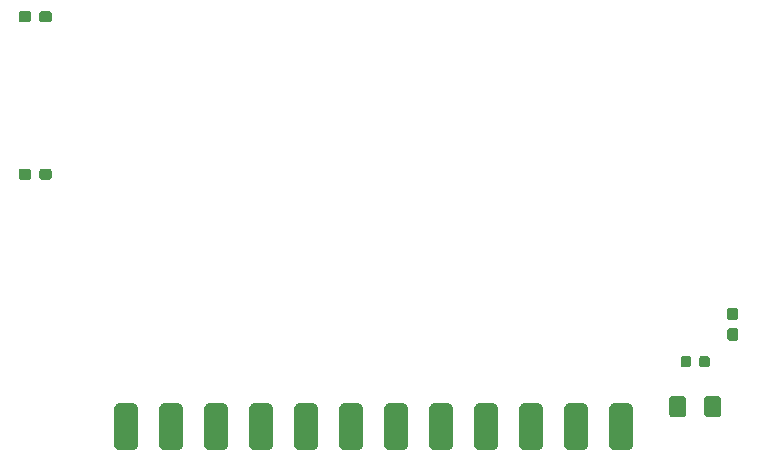
<source format=gbr>
G04 #@! TF.GenerationSoftware,KiCad,Pcbnew,(5.1.0)-1*
G04 #@! TF.CreationDate,2019-03-23T10:05:58-04:00*
G04 #@! TF.ProjectId,doorbot,646f6f72-626f-4742-9e6b-696361645f70,rev?*
G04 #@! TF.SameCoordinates,Original*
G04 #@! TF.FileFunction,Paste,Top*
G04 #@! TF.FilePolarity,Positive*
%FSLAX46Y46*%
G04 Gerber Fmt 4.6, Leading zero omitted, Abs format (unit mm)*
G04 Created by KiCad (PCBNEW (5.1.0)-1) date 2019-03-23 10:05:58*
%MOMM*%
%LPD*%
G04 APERTURE LIST*
%ADD10C,0.100000*%
%ADD11C,0.950000*%
%ADD12C,1.425000*%
%ADD13C,0.875000*%
%ADD14C,2.000000*%
G04 APERTURE END LIST*
D10*
G36*
X169170779Y-99411144D02*
G01*
X169193834Y-99414563D01*
X169216443Y-99420227D01*
X169238387Y-99428079D01*
X169259457Y-99438044D01*
X169279448Y-99450026D01*
X169298168Y-99463910D01*
X169315438Y-99479562D01*
X169331090Y-99496832D01*
X169344974Y-99515552D01*
X169356956Y-99535543D01*
X169366921Y-99556613D01*
X169374773Y-99578557D01*
X169380437Y-99601166D01*
X169383856Y-99624221D01*
X169385000Y-99647500D01*
X169385000Y-100222500D01*
X169383856Y-100245779D01*
X169380437Y-100268834D01*
X169374773Y-100291443D01*
X169366921Y-100313387D01*
X169356956Y-100334457D01*
X169344974Y-100354448D01*
X169331090Y-100373168D01*
X169315438Y-100390438D01*
X169298168Y-100406090D01*
X169279448Y-100419974D01*
X169259457Y-100431956D01*
X169238387Y-100441921D01*
X169216443Y-100449773D01*
X169193834Y-100455437D01*
X169170779Y-100458856D01*
X169147500Y-100460000D01*
X168672500Y-100460000D01*
X168649221Y-100458856D01*
X168626166Y-100455437D01*
X168603557Y-100449773D01*
X168581613Y-100441921D01*
X168560543Y-100431956D01*
X168540552Y-100419974D01*
X168521832Y-100406090D01*
X168504562Y-100390438D01*
X168488910Y-100373168D01*
X168475026Y-100354448D01*
X168463044Y-100334457D01*
X168453079Y-100313387D01*
X168445227Y-100291443D01*
X168439563Y-100268834D01*
X168436144Y-100245779D01*
X168435000Y-100222500D01*
X168435000Y-99647500D01*
X168436144Y-99624221D01*
X168439563Y-99601166D01*
X168445227Y-99578557D01*
X168453079Y-99556613D01*
X168463044Y-99535543D01*
X168475026Y-99515552D01*
X168488910Y-99496832D01*
X168504562Y-99479562D01*
X168521832Y-99463910D01*
X168540552Y-99450026D01*
X168560543Y-99438044D01*
X168581613Y-99428079D01*
X168603557Y-99420227D01*
X168626166Y-99414563D01*
X168649221Y-99411144D01*
X168672500Y-99410000D01*
X169147500Y-99410000D01*
X169170779Y-99411144D01*
X169170779Y-99411144D01*
G37*
D11*
X168910000Y-99935000D03*
D10*
G36*
X169170779Y-97661144D02*
G01*
X169193834Y-97664563D01*
X169216443Y-97670227D01*
X169238387Y-97678079D01*
X169259457Y-97688044D01*
X169279448Y-97700026D01*
X169298168Y-97713910D01*
X169315438Y-97729562D01*
X169331090Y-97746832D01*
X169344974Y-97765552D01*
X169356956Y-97785543D01*
X169366921Y-97806613D01*
X169374773Y-97828557D01*
X169380437Y-97851166D01*
X169383856Y-97874221D01*
X169385000Y-97897500D01*
X169385000Y-98472500D01*
X169383856Y-98495779D01*
X169380437Y-98518834D01*
X169374773Y-98541443D01*
X169366921Y-98563387D01*
X169356956Y-98584457D01*
X169344974Y-98604448D01*
X169331090Y-98623168D01*
X169315438Y-98640438D01*
X169298168Y-98656090D01*
X169279448Y-98669974D01*
X169259457Y-98681956D01*
X169238387Y-98691921D01*
X169216443Y-98699773D01*
X169193834Y-98705437D01*
X169170779Y-98708856D01*
X169147500Y-98710000D01*
X168672500Y-98710000D01*
X168649221Y-98708856D01*
X168626166Y-98705437D01*
X168603557Y-98699773D01*
X168581613Y-98691921D01*
X168560543Y-98681956D01*
X168540552Y-98669974D01*
X168521832Y-98656090D01*
X168504562Y-98640438D01*
X168488910Y-98623168D01*
X168475026Y-98604448D01*
X168463044Y-98584457D01*
X168453079Y-98563387D01*
X168445227Y-98541443D01*
X168439563Y-98518834D01*
X168436144Y-98495779D01*
X168435000Y-98472500D01*
X168435000Y-97897500D01*
X168436144Y-97874221D01*
X168439563Y-97851166D01*
X168445227Y-97828557D01*
X168453079Y-97806613D01*
X168463044Y-97785543D01*
X168475026Y-97765552D01*
X168488910Y-97746832D01*
X168504562Y-97729562D01*
X168521832Y-97713910D01*
X168540552Y-97700026D01*
X168560543Y-97688044D01*
X168581613Y-97678079D01*
X168603557Y-97670227D01*
X168626166Y-97664563D01*
X168649221Y-97661144D01*
X168672500Y-97660000D01*
X169147500Y-97660000D01*
X169170779Y-97661144D01*
X169170779Y-97661144D01*
G37*
D11*
X168910000Y-98185000D03*
D10*
G36*
X109290779Y-72551144D02*
G01*
X109313834Y-72554563D01*
X109336443Y-72560227D01*
X109358387Y-72568079D01*
X109379457Y-72578044D01*
X109399448Y-72590026D01*
X109418168Y-72603910D01*
X109435438Y-72619562D01*
X109451090Y-72636832D01*
X109464974Y-72655552D01*
X109476956Y-72675543D01*
X109486921Y-72696613D01*
X109494773Y-72718557D01*
X109500437Y-72741166D01*
X109503856Y-72764221D01*
X109505000Y-72787500D01*
X109505000Y-73262500D01*
X109503856Y-73285779D01*
X109500437Y-73308834D01*
X109494773Y-73331443D01*
X109486921Y-73353387D01*
X109476956Y-73374457D01*
X109464974Y-73394448D01*
X109451090Y-73413168D01*
X109435438Y-73430438D01*
X109418168Y-73446090D01*
X109399448Y-73459974D01*
X109379457Y-73471956D01*
X109358387Y-73481921D01*
X109336443Y-73489773D01*
X109313834Y-73495437D01*
X109290779Y-73498856D01*
X109267500Y-73500000D01*
X108692500Y-73500000D01*
X108669221Y-73498856D01*
X108646166Y-73495437D01*
X108623557Y-73489773D01*
X108601613Y-73481921D01*
X108580543Y-73471956D01*
X108560552Y-73459974D01*
X108541832Y-73446090D01*
X108524562Y-73430438D01*
X108508910Y-73413168D01*
X108495026Y-73394448D01*
X108483044Y-73374457D01*
X108473079Y-73353387D01*
X108465227Y-73331443D01*
X108459563Y-73308834D01*
X108456144Y-73285779D01*
X108455000Y-73262500D01*
X108455000Y-72787500D01*
X108456144Y-72764221D01*
X108459563Y-72741166D01*
X108465227Y-72718557D01*
X108473079Y-72696613D01*
X108483044Y-72675543D01*
X108495026Y-72655552D01*
X108508910Y-72636832D01*
X108524562Y-72619562D01*
X108541832Y-72603910D01*
X108560552Y-72590026D01*
X108580543Y-72578044D01*
X108601613Y-72568079D01*
X108623557Y-72560227D01*
X108646166Y-72554563D01*
X108669221Y-72551144D01*
X108692500Y-72550000D01*
X109267500Y-72550000D01*
X109290779Y-72551144D01*
X109290779Y-72551144D01*
G37*
D11*
X108980000Y-73025000D03*
D10*
G36*
X111040779Y-72551144D02*
G01*
X111063834Y-72554563D01*
X111086443Y-72560227D01*
X111108387Y-72568079D01*
X111129457Y-72578044D01*
X111149448Y-72590026D01*
X111168168Y-72603910D01*
X111185438Y-72619562D01*
X111201090Y-72636832D01*
X111214974Y-72655552D01*
X111226956Y-72675543D01*
X111236921Y-72696613D01*
X111244773Y-72718557D01*
X111250437Y-72741166D01*
X111253856Y-72764221D01*
X111255000Y-72787500D01*
X111255000Y-73262500D01*
X111253856Y-73285779D01*
X111250437Y-73308834D01*
X111244773Y-73331443D01*
X111236921Y-73353387D01*
X111226956Y-73374457D01*
X111214974Y-73394448D01*
X111201090Y-73413168D01*
X111185438Y-73430438D01*
X111168168Y-73446090D01*
X111149448Y-73459974D01*
X111129457Y-73471956D01*
X111108387Y-73481921D01*
X111086443Y-73489773D01*
X111063834Y-73495437D01*
X111040779Y-73498856D01*
X111017500Y-73500000D01*
X110442500Y-73500000D01*
X110419221Y-73498856D01*
X110396166Y-73495437D01*
X110373557Y-73489773D01*
X110351613Y-73481921D01*
X110330543Y-73471956D01*
X110310552Y-73459974D01*
X110291832Y-73446090D01*
X110274562Y-73430438D01*
X110258910Y-73413168D01*
X110245026Y-73394448D01*
X110233044Y-73374457D01*
X110223079Y-73353387D01*
X110215227Y-73331443D01*
X110209563Y-73308834D01*
X110206144Y-73285779D01*
X110205000Y-73262500D01*
X110205000Y-72787500D01*
X110206144Y-72764221D01*
X110209563Y-72741166D01*
X110215227Y-72718557D01*
X110223079Y-72696613D01*
X110233044Y-72675543D01*
X110245026Y-72655552D01*
X110258910Y-72636832D01*
X110274562Y-72619562D01*
X110291832Y-72603910D01*
X110310552Y-72590026D01*
X110330543Y-72578044D01*
X110351613Y-72568079D01*
X110373557Y-72560227D01*
X110396166Y-72554563D01*
X110419221Y-72551144D01*
X110442500Y-72550000D01*
X111017500Y-72550000D01*
X111040779Y-72551144D01*
X111040779Y-72551144D01*
G37*
D11*
X110730000Y-73025000D03*
D10*
G36*
X109290779Y-85886144D02*
G01*
X109313834Y-85889563D01*
X109336443Y-85895227D01*
X109358387Y-85903079D01*
X109379457Y-85913044D01*
X109399448Y-85925026D01*
X109418168Y-85938910D01*
X109435438Y-85954562D01*
X109451090Y-85971832D01*
X109464974Y-85990552D01*
X109476956Y-86010543D01*
X109486921Y-86031613D01*
X109494773Y-86053557D01*
X109500437Y-86076166D01*
X109503856Y-86099221D01*
X109505000Y-86122500D01*
X109505000Y-86597500D01*
X109503856Y-86620779D01*
X109500437Y-86643834D01*
X109494773Y-86666443D01*
X109486921Y-86688387D01*
X109476956Y-86709457D01*
X109464974Y-86729448D01*
X109451090Y-86748168D01*
X109435438Y-86765438D01*
X109418168Y-86781090D01*
X109399448Y-86794974D01*
X109379457Y-86806956D01*
X109358387Y-86816921D01*
X109336443Y-86824773D01*
X109313834Y-86830437D01*
X109290779Y-86833856D01*
X109267500Y-86835000D01*
X108692500Y-86835000D01*
X108669221Y-86833856D01*
X108646166Y-86830437D01*
X108623557Y-86824773D01*
X108601613Y-86816921D01*
X108580543Y-86806956D01*
X108560552Y-86794974D01*
X108541832Y-86781090D01*
X108524562Y-86765438D01*
X108508910Y-86748168D01*
X108495026Y-86729448D01*
X108483044Y-86709457D01*
X108473079Y-86688387D01*
X108465227Y-86666443D01*
X108459563Y-86643834D01*
X108456144Y-86620779D01*
X108455000Y-86597500D01*
X108455000Y-86122500D01*
X108456144Y-86099221D01*
X108459563Y-86076166D01*
X108465227Y-86053557D01*
X108473079Y-86031613D01*
X108483044Y-86010543D01*
X108495026Y-85990552D01*
X108508910Y-85971832D01*
X108524562Y-85954562D01*
X108541832Y-85938910D01*
X108560552Y-85925026D01*
X108580543Y-85913044D01*
X108601613Y-85903079D01*
X108623557Y-85895227D01*
X108646166Y-85889563D01*
X108669221Y-85886144D01*
X108692500Y-85885000D01*
X109267500Y-85885000D01*
X109290779Y-85886144D01*
X109290779Y-85886144D01*
G37*
D11*
X108980000Y-86360000D03*
D10*
G36*
X111040779Y-85886144D02*
G01*
X111063834Y-85889563D01*
X111086443Y-85895227D01*
X111108387Y-85903079D01*
X111129457Y-85913044D01*
X111149448Y-85925026D01*
X111168168Y-85938910D01*
X111185438Y-85954562D01*
X111201090Y-85971832D01*
X111214974Y-85990552D01*
X111226956Y-86010543D01*
X111236921Y-86031613D01*
X111244773Y-86053557D01*
X111250437Y-86076166D01*
X111253856Y-86099221D01*
X111255000Y-86122500D01*
X111255000Y-86597500D01*
X111253856Y-86620779D01*
X111250437Y-86643834D01*
X111244773Y-86666443D01*
X111236921Y-86688387D01*
X111226956Y-86709457D01*
X111214974Y-86729448D01*
X111201090Y-86748168D01*
X111185438Y-86765438D01*
X111168168Y-86781090D01*
X111149448Y-86794974D01*
X111129457Y-86806956D01*
X111108387Y-86816921D01*
X111086443Y-86824773D01*
X111063834Y-86830437D01*
X111040779Y-86833856D01*
X111017500Y-86835000D01*
X110442500Y-86835000D01*
X110419221Y-86833856D01*
X110396166Y-86830437D01*
X110373557Y-86824773D01*
X110351613Y-86816921D01*
X110330543Y-86806956D01*
X110310552Y-86794974D01*
X110291832Y-86781090D01*
X110274562Y-86765438D01*
X110258910Y-86748168D01*
X110245026Y-86729448D01*
X110233044Y-86709457D01*
X110223079Y-86688387D01*
X110215227Y-86666443D01*
X110209563Y-86643834D01*
X110206144Y-86620779D01*
X110205000Y-86597500D01*
X110205000Y-86122500D01*
X110206144Y-86099221D01*
X110209563Y-86076166D01*
X110215227Y-86053557D01*
X110223079Y-86031613D01*
X110233044Y-86010543D01*
X110245026Y-85990552D01*
X110258910Y-85971832D01*
X110274562Y-85954562D01*
X110291832Y-85938910D01*
X110310552Y-85925026D01*
X110330543Y-85913044D01*
X110351613Y-85903079D01*
X110373557Y-85895227D01*
X110396166Y-85889563D01*
X110419221Y-85886144D01*
X110442500Y-85885000D01*
X111017500Y-85885000D01*
X111040779Y-85886144D01*
X111040779Y-85886144D01*
G37*
D11*
X110730000Y-86360000D03*
D10*
G36*
X164734504Y-105171204D02*
G01*
X164758773Y-105174804D01*
X164782571Y-105180765D01*
X164805671Y-105189030D01*
X164827849Y-105199520D01*
X164848893Y-105212133D01*
X164868598Y-105226747D01*
X164886777Y-105243223D01*
X164903253Y-105261402D01*
X164917867Y-105281107D01*
X164930480Y-105302151D01*
X164940970Y-105324329D01*
X164949235Y-105347429D01*
X164955196Y-105371227D01*
X164958796Y-105395496D01*
X164960000Y-105420000D01*
X164960000Y-106670000D01*
X164958796Y-106694504D01*
X164955196Y-106718773D01*
X164949235Y-106742571D01*
X164940970Y-106765671D01*
X164930480Y-106787849D01*
X164917867Y-106808893D01*
X164903253Y-106828598D01*
X164886777Y-106846777D01*
X164868598Y-106863253D01*
X164848893Y-106877867D01*
X164827849Y-106890480D01*
X164805671Y-106900970D01*
X164782571Y-106909235D01*
X164758773Y-106915196D01*
X164734504Y-106918796D01*
X164710000Y-106920000D01*
X163785000Y-106920000D01*
X163760496Y-106918796D01*
X163736227Y-106915196D01*
X163712429Y-106909235D01*
X163689329Y-106900970D01*
X163667151Y-106890480D01*
X163646107Y-106877867D01*
X163626402Y-106863253D01*
X163608223Y-106846777D01*
X163591747Y-106828598D01*
X163577133Y-106808893D01*
X163564520Y-106787849D01*
X163554030Y-106765671D01*
X163545765Y-106742571D01*
X163539804Y-106718773D01*
X163536204Y-106694504D01*
X163535000Y-106670000D01*
X163535000Y-105420000D01*
X163536204Y-105395496D01*
X163539804Y-105371227D01*
X163545765Y-105347429D01*
X163554030Y-105324329D01*
X163564520Y-105302151D01*
X163577133Y-105281107D01*
X163591747Y-105261402D01*
X163608223Y-105243223D01*
X163626402Y-105226747D01*
X163646107Y-105212133D01*
X163667151Y-105199520D01*
X163689329Y-105189030D01*
X163712429Y-105180765D01*
X163736227Y-105174804D01*
X163760496Y-105171204D01*
X163785000Y-105170000D01*
X164710000Y-105170000D01*
X164734504Y-105171204D01*
X164734504Y-105171204D01*
G37*
D12*
X164247500Y-106045000D03*
D10*
G36*
X167709504Y-105171204D02*
G01*
X167733773Y-105174804D01*
X167757571Y-105180765D01*
X167780671Y-105189030D01*
X167802849Y-105199520D01*
X167823893Y-105212133D01*
X167843598Y-105226747D01*
X167861777Y-105243223D01*
X167878253Y-105261402D01*
X167892867Y-105281107D01*
X167905480Y-105302151D01*
X167915970Y-105324329D01*
X167924235Y-105347429D01*
X167930196Y-105371227D01*
X167933796Y-105395496D01*
X167935000Y-105420000D01*
X167935000Y-106670000D01*
X167933796Y-106694504D01*
X167930196Y-106718773D01*
X167924235Y-106742571D01*
X167915970Y-106765671D01*
X167905480Y-106787849D01*
X167892867Y-106808893D01*
X167878253Y-106828598D01*
X167861777Y-106846777D01*
X167843598Y-106863253D01*
X167823893Y-106877867D01*
X167802849Y-106890480D01*
X167780671Y-106900970D01*
X167757571Y-106909235D01*
X167733773Y-106915196D01*
X167709504Y-106918796D01*
X167685000Y-106920000D01*
X166760000Y-106920000D01*
X166735496Y-106918796D01*
X166711227Y-106915196D01*
X166687429Y-106909235D01*
X166664329Y-106900970D01*
X166642151Y-106890480D01*
X166621107Y-106877867D01*
X166601402Y-106863253D01*
X166583223Y-106846777D01*
X166566747Y-106828598D01*
X166552133Y-106808893D01*
X166539520Y-106787849D01*
X166529030Y-106765671D01*
X166520765Y-106742571D01*
X166514804Y-106718773D01*
X166511204Y-106694504D01*
X166510000Y-106670000D01*
X166510000Y-105420000D01*
X166511204Y-105395496D01*
X166514804Y-105371227D01*
X166520765Y-105347429D01*
X166529030Y-105324329D01*
X166539520Y-105302151D01*
X166552133Y-105281107D01*
X166566747Y-105261402D01*
X166583223Y-105243223D01*
X166601402Y-105226747D01*
X166621107Y-105212133D01*
X166642151Y-105199520D01*
X166664329Y-105189030D01*
X166687429Y-105180765D01*
X166711227Y-105174804D01*
X166735496Y-105171204D01*
X166760000Y-105170000D01*
X167685000Y-105170000D01*
X167709504Y-105171204D01*
X167709504Y-105171204D01*
G37*
D12*
X167222500Y-106045000D03*
D10*
G36*
X165187691Y-101761053D02*
G01*
X165208926Y-101764203D01*
X165229750Y-101769419D01*
X165249962Y-101776651D01*
X165269368Y-101785830D01*
X165287781Y-101796866D01*
X165305024Y-101809654D01*
X165320930Y-101824070D01*
X165335346Y-101839976D01*
X165348134Y-101857219D01*
X165359170Y-101875632D01*
X165368349Y-101895038D01*
X165375581Y-101915250D01*
X165380797Y-101936074D01*
X165383947Y-101957309D01*
X165385000Y-101978750D01*
X165385000Y-102491250D01*
X165383947Y-102512691D01*
X165380797Y-102533926D01*
X165375581Y-102554750D01*
X165368349Y-102574962D01*
X165359170Y-102594368D01*
X165348134Y-102612781D01*
X165335346Y-102630024D01*
X165320930Y-102645930D01*
X165305024Y-102660346D01*
X165287781Y-102673134D01*
X165269368Y-102684170D01*
X165249962Y-102693349D01*
X165229750Y-102700581D01*
X165208926Y-102705797D01*
X165187691Y-102708947D01*
X165166250Y-102710000D01*
X164728750Y-102710000D01*
X164707309Y-102708947D01*
X164686074Y-102705797D01*
X164665250Y-102700581D01*
X164645038Y-102693349D01*
X164625632Y-102684170D01*
X164607219Y-102673134D01*
X164589976Y-102660346D01*
X164574070Y-102645930D01*
X164559654Y-102630024D01*
X164546866Y-102612781D01*
X164535830Y-102594368D01*
X164526651Y-102574962D01*
X164519419Y-102554750D01*
X164514203Y-102533926D01*
X164511053Y-102512691D01*
X164510000Y-102491250D01*
X164510000Y-101978750D01*
X164511053Y-101957309D01*
X164514203Y-101936074D01*
X164519419Y-101915250D01*
X164526651Y-101895038D01*
X164535830Y-101875632D01*
X164546866Y-101857219D01*
X164559654Y-101839976D01*
X164574070Y-101824070D01*
X164589976Y-101809654D01*
X164607219Y-101796866D01*
X164625632Y-101785830D01*
X164645038Y-101776651D01*
X164665250Y-101769419D01*
X164686074Y-101764203D01*
X164707309Y-101761053D01*
X164728750Y-101760000D01*
X165166250Y-101760000D01*
X165187691Y-101761053D01*
X165187691Y-101761053D01*
G37*
D13*
X164947500Y-102235000D03*
D10*
G36*
X166762691Y-101761053D02*
G01*
X166783926Y-101764203D01*
X166804750Y-101769419D01*
X166824962Y-101776651D01*
X166844368Y-101785830D01*
X166862781Y-101796866D01*
X166880024Y-101809654D01*
X166895930Y-101824070D01*
X166910346Y-101839976D01*
X166923134Y-101857219D01*
X166934170Y-101875632D01*
X166943349Y-101895038D01*
X166950581Y-101915250D01*
X166955797Y-101936074D01*
X166958947Y-101957309D01*
X166960000Y-101978750D01*
X166960000Y-102491250D01*
X166958947Y-102512691D01*
X166955797Y-102533926D01*
X166950581Y-102554750D01*
X166943349Y-102574962D01*
X166934170Y-102594368D01*
X166923134Y-102612781D01*
X166910346Y-102630024D01*
X166895930Y-102645930D01*
X166880024Y-102660346D01*
X166862781Y-102673134D01*
X166844368Y-102684170D01*
X166824962Y-102693349D01*
X166804750Y-102700581D01*
X166783926Y-102705797D01*
X166762691Y-102708947D01*
X166741250Y-102710000D01*
X166303750Y-102710000D01*
X166282309Y-102708947D01*
X166261074Y-102705797D01*
X166240250Y-102700581D01*
X166220038Y-102693349D01*
X166200632Y-102684170D01*
X166182219Y-102673134D01*
X166164976Y-102660346D01*
X166149070Y-102645930D01*
X166134654Y-102630024D01*
X166121866Y-102612781D01*
X166110830Y-102594368D01*
X166101651Y-102574962D01*
X166094419Y-102554750D01*
X166089203Y-102533926D01*
X166086053Y-102512691D01*
X166085000Y-102491250D01*
X166085000Y-101978750D01*
X166086053Y-101957309D01*
X166089203Y-101936074D01*
X166094419Y-101915250D01*
X166101651Y-101895038D01*
X166110830Y-101875632D01*
X166121866Y-101857219D01*
X166134654Y-101839976D01*
X166149070Y-101824070D01*
X166164976Y-101809654D01*
X166182219Y-101796866D01*
X166200632Y-101785830D01*
X166220038Y-101776651D01*
X166240250Y-101769419D01*
X166261074Y-101764203D01*
X166282309Y-101761053D01*
X166303750Y-101760000D01*
X166741250Y-101760000D01*
X166762691Y-101761053D01*
X166762691Y-101761053D01*
G37*
D13*
X166522500Y-102235000D03*
D10*
G36*
X160009009Y-105752408D02*
G01*
X160057545Y-105759607D01*
X160105142Y-105771530D01*
X160151342Y-105788060D01*
X160195698Y-105809039D01*
X160237785Y-105834265D01*
X160277197Y-105863495D01*
X160313553Y-105896447D01*
X160346505Y-105932803D01*
X160375735Y-105972215D01*
X160400961Y-106014302D01*
X160421940Y-106058658D01*
X160438470Y-106104858D01*
X160450393Y-106152455D01*
X160457592Y-106200991D01*
X160460000Y-106250000D01*
X160460000Y-109250000D01*
X160457592Y-109299009D01*
X160450393Y-109347545D01*
X160438470Y-109395142D01*
X160421940Y-109441342D01*
X160400961Y-109485698D01*
X160375735Y-109527785D01*
X160346505Y-109567197D01*
X160313553Y-109603553D01*
X160277197Y-109636505D01*
X160237785Y-109665735D01*
X160195698Y-109690961D01*
X160151342Y-109711940D01*
X160105142Y-109728470D01*
X160057545Y-109740393D01*
X160009009Y-109747592D01*
X159960000Y-109750000D01*
X158960000Y-109750000D01*
X158910991Y-109747592D01*
X158862455Y-109740393D01*
X158814858Y-109728470D01*
X158768658Y-109711940D01*
X158724302Y-109690961D01*
X158682215Y-109665735D01*
X158642803Y-109636505D01*
X158606447Y-109603553D01*
X158573495Y-109567197D01*
X158544265Y-109527785D01*
X158519039Y-109485698D01*
X158498060Y-109441342D01*
X158481530Y-109395142D01*
X158469607Y-109347545D01*
X158462408Y-109299009D01*
X158460000Y-109250000D01*
X158460000Y-106250000D01*
X158462408Y-106200991D01*
X158469607Y-106152455D01*
X158481530Y-106104858D01*
X158498060Y-106058658D01*
X158519039Y-106014302D01*
X158544265Y-105972215D01*
X158573495Y-105932803D01*
X158606447Y-105896447D01*
X158642803Y-105863495D01*
X158682215Y-105834265D01*
X158724302Y-105809039D01*
X158768658Y-105788060D01*
X158814858Y-105771530D01*
X158862455Y-105759607D01*
X158910991Y-105752408D01*
X158960000Y-105750000D01*
X159960000Y-105750000D01*
X160009009Y-105752408D01*
X160009009Y-105752408D01*
G37*
D14*
X159460000Y-107750000D03*
D10*
G36*
X156199009Y-105752408D02*
G01*
X156247545Y-105759607D01*
X156295142Y-105771530D01*
X156341342Y-105788060D01*
X156385698Y-105809039D01*
X156427785Y-105834265D01*
X156467197Y-105863495D01*
X156503553Y-105896447D01*
X156536505Y-105932803D01*
X156565735Y-105972215D01*
X156590961Y-106014302D01*
X156611940Y-106058658D01*
X156628470Y-106104858D01*
X156640393Y-106152455D01*
X156647592Y-106200991D01*
X156650000Y-106250000D01*
X156650000Y-109250000D01*
X156647592Y-109299009D01*
X156640393Y-109347545D01*
X156628470Y-109395142D01*
X156611940Y-109441342D01*
X156590961Y-109485698D01*
X156565735Y-109527785D01*
X156536505Y-109567197D01*
X156503553Y-109603553D01*
X156467197Y-109636505D01*
X156427785Y-109665735D01*
X156385698Y-109690961D01*
X156341342Y-109711940D01*
X156295142Y-109728470D01*
X156247545Y-109740393D01*
X156199009Y-109747592D01*
X156150000Y-109750000D01*
X155150000Y-109750000D01*
X155100991Y-109747592D01*
X155052455Y-109740393D01*
X155004858Y-109728470D01*
X154958658Y-109711940D01*
X154914302Y-109690961D01*
X154872215Y-109665735D01*
X154832803Y-109636505D01*
X154796447Y-109603553D01*
X154763495Y-109567197D01*
X154734265Y-109527785D01*
X154709039Y-109485698D01*
X154688060Y-109441342D01*
X154671530Y-109395142D01*
X154659607Y-109347545D01*
X154652408Y-109299009D01*
X154650000Y-109250000D01*
X154650000Y-106250000D01*
X154652408Y-106200991D01*
X154659607Y-106152455D01*
X154671530Y-106104858D01*
X154688060Y-106058658D01*
X154709039Y-106014302D01*
X154734265Y-105972215D01*
X154763495Y-105932803D01*
X154796447Y-105896447D01*
X154832803Y-105863495D01*
X154872215Y-105834265D01*
X154914302Y-105809039D01*
X154958658Y-105788060D01*
X155004858Y-105771530D01*
X155052455Y-105759607D01*
X155100991Y-105752408D01*
X155150000Y-105750000D01*
X156150000Y-105750000D01*
X156199009Y-105752408D01*
X156199009Y-105752408D01*
G37*
D14*
X155650000Y-107750000D03*
D10*
G36*
X152389009Y-105752408D02*
G01*
X152437545Y-105759607D01*
X152485142Y-105771530D01*
X152531342Y-105788060D01*
X152575698Y-105809039D01*
X152617785Y-105834265D01*
X152657197Y-105863495D01*
X152693553Y-105896447D01*
X152726505Y-105932803D01*
X152755735Y-105972215D01*
X152780961Y-106014302D01*
X152801940Y-106058658D01*
X152818470Y-106104858D01*
X152830393Y-106152455D01*
X152837592Y-106200991D01*
X152840000Y-106250000D01*
X152840000Y-109250000D01*
X152837592Y-109299009D01*
X152830393Y-109347545D01*
X152818470Y-109395142D01*
X152801940Y-109441342D01*
X152780961Y-109485698D01*
X152755735Y-109527785D01*
X152726505Y-109567197D01*
X152693553Y-109603553D01*
X152657197Y-109636505D01*
X152617785Y-109665735D01*
X152575698Y-109690961D01*
X152531342Y-109711940D01*
X152485142Y-109728470D01*
X152437545Y-109740393D01*
X152389009Y-109747592D01*
X152340000Y-109750000D01*
X151340000Y-109750000D01*
X151290991Y-109747592D01*
X151242455Y-109740393D01*
X151194858Y-109728470D01*
X151148658Y-109711940D01*
X151104302Y-109690961D01*
X151062215Y-109665735D01*
X151022803Y-109636505D01*
X150986447Y-109603553D01*
X150953495Y-109567197D01*
X150924265Y-109527785D01*
X150899039Y-109485698D01*
X150878060Y-109441342D01*
X150861530Y-109395142D01*
X150849607Y-109347545D01*
X150842408Y-109299009D01*
X150840000Y-109250000D01*
X150840000Y-106250000D01*
X150842408Y-106200991D01*
X150849607Y-106152455D01*
X150861530Y-106104858D01*
X150878060Y-106058658D01*
X150899039Y-106014302D01*
X150924265Y-105972215D01*
X150953495Y-105932803D01*
X150986447Y-105896447D01*
X151022803Y-105863495D01*
X151062215Y-105834265D01*
X151104302Y-105809039D01*
X151148658Y-105788060D01*
X151194858Y-105771530D01*
X151242455Y-105759607D01*
X151290991Y-105752408D01*
X151340000Y-105750000D01*
X152340000Y-105750000D01*
X152389009Y-105752408D01*
X152389009Y-105752408D01*
G37*
D14*
X151840000Y-107750000D03*
D10*
G36*
X148579009Y-105752408D02*
G01*
X148627545Y-105759607D01*
X148675142Y-105771530D01*
X148721342Y-105788060D01*
X148765698Y-105809039D01*
X148807785Y-105834265D01*
X148847197Y-105863495D01*
X148883553Y-105896447D01*
X148916505Y-105932803D01*
X148945735Y-105972215D01*
X148970961Y-106014302D01*
X148991940Y-106058658D01*
X149008470Y-106104858D01*
X149020393Y-106152455D01*
X149027592Y-106200991D01*
X149030000Y-106250000D01*
X149030000Y-109250000D01*
X149027592Y-109299009D01*
X149020393Y-109347545D01*
X149008470Y-109395142D01*
X148991940Y-109441342D01*
X148970961Y-109485698D01*
X148945735Y-109527785D01*
X148916505Y-109567197D01*
X148883553Y-109603553D01*
X148847197Y-109636505D01*
X148807785Y-109665735D01*
X148765698Y-109690961D01*
X148721342Y-109711940D01*
X148675142Y-109728470D01*
X148627545Y-109740393D01*
X148579009Y-109747592D01*
X148530000Y-109750000D01*
X147530000Y-109750000D01*
X147480991Y-109747592D01*
X147432455Y-109740393D01*
X147384858Y-109728470D01*
X147338658Y-109711940D01*
X147294302Y-109690961D01*
X147252215Y-109665735D01*
X147212803Y-109636505D01*
X147176447Y-109603553D01*
X147143495Y-109567197D01*
X147114265Y-109527785D01*
X147089039Y-109485698D01*
X147068060Y-109441342D01*
X147051530Y-109395142D01*
X147039607Y-109347545D01*
X147032408Y-109299009D01*
X147030000Y-109250000D01*
X147030000Y-106250000D01*
X147032408Y-106200991D01*
X147039607Y-106152455D01*
X147051530Y-106104858D01*
X147068060Y-106058658D01*
X147089039Y-106014302D01*
X147114265Y-105972215D01*
X147143495Y-105932803D01*
X147176447Y-105896447D01*
X147212803Y-105863495D01*
X147252215Y-105834265D01*
X147294302Y-105809039D01*
X147338658Y-105788060D01*
X147384858Y-105771530D01*
X147432455Y-105759607D01*
X147480991Y-105752408D01*
X147530000Y-105750000D01*
X148530000Y-105750000D01*
X148579009Y-105752408D01*
X148579009Y-105752408D01*
G37*
D14*
X148030000Y-107750000D03*
D10*
G36*
X144769009Y-105752408D02*
G01*
X144817545Y-105759607D01*
X144865142Y-105771530D01*
X144911342Y-105788060D01*
X144955698Y-105809039D01*
X144997785Y-105834265D01*
X145037197Y-105863495D01*
X145073553Y-105896447D01*
X145106505Y-105932803D01*
X145135735Y-105972215D01*
X145160961Y-106014302D01*
X145181940Y-106058658D01*
X145198470Y-106104858D01*
X145210393Y-106152455D01*
X145217592Y-106200991D01*
X145220000Y-106250000D01*
X145220000Y-109250000D01*
X145217592Y-109299009D01*
X145210393Y-109347545D01*
X145198470Y-109395142D01*
X145181940Y-109441342D01*
X145160961Y-109485698D01*
X145135735Y-109527785D01*
X145106505Y-109567197D01*
X145073553Y-109603553D01*
X145037197Y-109636505D01*
X144997785Y-109665735D01*
X144955698Y-109690961D01*
X144911342Y-109711940D01*
X144865142Y-109728470D01*
X144817545Y-109740393D01*
X144769009Y-109747592D01*
X144720000Y-109750000D01*
X143720000Y-109750000D01*
X143670991Y-109747592D01*
X143622455Y-109740393D01*
X143574858Y-109728470D01*
X143528658Y-109711940D01*
X143484302Y-109690961D01*
X143442215Y-109665735D01*
X143402803Y-109636505D01*
X143366447Y-109603553D01*
X143333495Y-109567197D01*
X143304265Y-109527785D01*
X143279039Y-109485698D01*
X143258060Y-109441342D01*
X143241530Y-109395142D01*
X143229607Y-109347545D01*
X143222408Y-109299009D01*
X143220000Y-109250000D01*
X143220000Y-106250000D01*
X143222408Y-106200991D01*
X143229607Y-106152455D01*
X143241530Y-106104858D01*
X143258060Y-106058658D01*
X143279039Y-106014302D01*
X143304265Y-105972215D01*
X143333495Y-105932803D01*
X143366447Y-105896447D01*
X143402803Y-105863495D01*
X143442215Y-105834265D01*
X143484302Y-105809039D01*
X143528658Y-105788060D01*
X143574858Y-105771530D01*
X143622455Y-105759607D01*
X143670991Y-105752408D01*
X143720000Y-105750000D01*
X144720000Y-105750000D01*
X144769009Y-105752408D01*
X144769009Y-105752408D01*
G37*
D14*
X144220000Y-107750000D03*
D10*
G36*
X140959009Y-105752408D02*
G01*
X141007545Y-105759607D01*
X141055142Y-105771530D01*
X141101342Y-105788060D01*
X141145698Y-105809039D01*
X141187785Y-105834265D01*
X141227197Y-105863495D01*
X141263553Y-105896447D01*
X141296505Y-105932803D01*
X141325735Y-105972215D01*
X141350961Y-106014302D01*
X141371940Y-106058658D01*
X141388470Y-106104858D01*
X141400393Y-106152455D01*
X141407592Y-106200991D01*
X141410000Y-106250000D01*
X141410000Y-109250000D01*
X141407592Y-109299009D01*
X141400393Y-109347545D01*
X141388470Y-109395142D01*
X141371940Y-109441342D01*
X141350961Y-109485698D01*
X141325735Y-109527785D01*
X141296505Y-109567197D01*
X141263553Y-109603553D01*
X141227197Y-109636505D01*
X141187785Y-109665735D01*
X141145698Y-109690961D01*
X141101342Y-109711940D01*
X141055142Y-109728470D01*
X141007545Y-109740393D01*
X140959009Y-109747592D01*
X140910000Y-109750000D01*
X139910000Y-109750000D01*
X139860991Y-109747592D01*
X139812455Y-109740393D01*
X139764858Y-109728470D01*
X139718658Y-109711940D01*
X139674302Y-109690961D01*
X139632215Y-109665735D01*
X139592803Y-109636505D01*
X139556447Y-109603553D01*
X139523495Y-109567197D01*
X139494265Y-109527785D01*
X139469039Y-109485698D01*
X139448060Y-109441342D01*
X139431530Y-109395142D01*
X139419607Y-109347545D01*
X139412408Y-109299009D01*
X139410000Y-109250000D01*
X139410000Y-106250000D01*
X139412408Y-106200991D01*
X139419607Y-106152455D01*
X139431530Y-106104858D01*
X139448060Y-106058658D01*
X139469039Y-106014302D01*
X139494265Y-105972215D01*
X139523495Y-105932803D01*
X139556447Y-105896447D01*
X139592803Y-105863495D01*
X139632215Y-105834265D01*
X139674302Y-105809039D01*
X139718658Y-105788060D01*
X139764858Y-105771530D01*
X139812455Y-105759607D01*
X139860991Y-105752408D01*
X139910000Y-105750000D01*
X140910000Y-105750000D01*
X140959009Y-105752408D01*
X140959009Y-105752408D01*
G37*
D14*
X140410000Y-107750000D03*
D10*
G36*
X137149009Y-105752408D02*
G01*
X137197545Y-105759607D01*
X137245142Y-105771530D01*
X137291342Y-105788060D01*
X137335698Y-105809039D01*
X137377785Y-105834265D01*
X137417197Y-105863495D01*
X137453553Y-105896447D01*
X137486505Y-105932803D01*
X137515735Y-105972215D01*
X137540961Y-106014302D01*
X137561940Y-106058658D01*
X137578470Y-106104858D01*
X137590393Y-106152455D01*
X137597592Y-106200991D01*
X137600000Y-106250000D01*
X137600000Y-109250000D01*
X137597592Y-109299009D01*
X137590393Y-109347545D01*
X137578470Y-109395142D01*
X137561940Y-109441342D01*
X137540961Y-109485698D01*
X137515735Y-109527785D01*
X137486505Y-109567197D01*
X137453553Y-109603553D01*
X137417197Y-109636505D01*
X137377785Y-109665735D01*
X137335698Y-109690961D01*
X137291342Y-109711940D01*
X137245142Y-109728470D01*
X137197545Y-109740393D01*
X137149009Y-109747592D01*
X137100000Y-109750000D01*
X136100000Y-109750000D01*
X136050991Y-109747592D01*
X136002455Y-109740393D01*
X135954858Y-109728470D01*
X135908658Y-109711940D01*
X135864302Y-109690961D01*
X135822215Y-109665735D01*
X135782803Y-109636505D01*
X135746447Y-109603553D01*
X135713495Y-109567197D01*
X135684265Y-109527785D01*
X135659039Y-109485698D01*
X135638060Y-109441342D01*
X135621530Y-109395142D01*
X135609607Y-109347545D01*
X135602408Y-109299009D01*
X135600000Y-109250000D01*
X135600000Y-106250000D01*
X135602408Y-106200991D01*
X135609607Y-106152455D01*
X135621530Y-106104858D01*
X135638060Y-106058658D01*
X135659039Y-106014302D01*
X135684265Y-105972215D01*
X135713495Y-105932803D01*
X135746447Y-105896447D01*
X135782803Y-105863495D01*
X135822215Y-105834265D01*
X135864302Y-105809039D01*
X135908658Y-105788060D01*
X135954858Y-105771530D01*
X136002455Y-105759607D01*
X136050991Y-105752408D01*
X136100000Y-105750000D01*
X137100000Y-105750000D01*
X137149009Y-105752408D01*
X137149009Y-105752408D01*
G37*
D14*
X136600000Y-107750000D03*
D10*
G36*
X133339009Y-105752408D02*
G01*
X133387545Y-105759607D01*
X133435142Y-105771530D01*
X133481342Y-105788060D01*
X133525698Y-105809039D01*
X133567785Y-105834265D01*
X133607197Y-105863495D01*
X133643553Y-105896447D01*
X133676505Y-105932803D01*
X133705735Y-105972215D01*
X133730961Y-106014302D01*
X133751940Y-106058658D01*
X133768470Y-106104858D01*
X133780393Y-106152455D01*
X133787592Y-106200991D01*
X133790000Y-106250000D01*
X133790000Y-109250000D01*
X133787592Y-109299009D01*
X133780393Y-109347545D01*
X133768470Y-109395142D01*
X133751940Y-109441342D01*
X133730961Y-109485698D01*
X133705735Y-109527785D01*
X133676505Y-109567197D01*
X133643553Y-109603553D01*
X133607197Y-109636505D01*
X133567785Y-109665735D01*
X133525698Y-109690961D01*
X133481342Y-109711940D01*
X133435142Y-109728470D01*
X133387545Y-109740393D01*
X133339009Y-109747592D01*
X133290000Y-109750000D01*
X132290000Y-109750000D01*
X132240991Y-109747592D01*
X132192455Y-109740393D01*
X132144858Y-109728470D01*
X132098658Y-109711940D01*
X132054302Y-109690961D01*
X132012215Y-109665735D01*
X131972803Y-109636505D01*
X131936447Y-109603553D01*
X131903495Y-109567197D01*
X131874265Y-109527785D01*
X131849039Y-109485698D01*
X131828060Y-109441342D01*
X131811530Y-109395142D01*
X131799607Y-109347545D01*
X131792408Y-109299009D01*
X131790000Y-109250000D01*
X131790000Y-106250000D01*
X131792408Y-106200991D01*
X131799607Y-106152455D01*
X131811530Y-106104858D01*
X131828060Y-106058658D01*
X131849039Y-106014302D01*
X131874265Y-105972215D01*
X131903495Y-105932803D01*
X131936447Y-105896447D01*
X131972803Y-105863495D01*
X132012215Y-105834265D01*
X132054302Y-105809039D01*
X132098658Y-105788060D01*
X132144858Y-105771530D01*
X132192455Y-105759607D01*
X132240991Y-105752408D01*
X132290000Y-105750000D01*
X133290000Y-105750000D01*
X133339009Y-105752408D01*
X133339009Y-105752408D01*
G37*
D14*
X132790000Y-107750000D03*
D10*
G36*
X129529009Y-105752408D02*
G01*
X129577545Y-105759607D01*
X129625142Y-105771530D01*
X129671342Y-105788060D01*
X129715698Y-105809039D01*
X129757785Y-105834265D01*
X129797197Y-105863495D01*
X129833553Y-105896447D01*
X129866505Y-105932803D01*
X129895735Y-105972215D01*
X129920961Y-106014302D01*
X129941940Y-106058658D01*
X129958470Y-106104858D01*
X129970393Y-106152455D01*
X129977592Y-106200991D01*
X129980000Y-106250000D01*
X129980000Y-109250000D01*
X129977592Y-109299009D01*
X129970393Y-109347545D01*
X129958470Y-109395142D01*
X129941940Y-109441342D01*
X129920961Y-109485698D01*
X129895735Y-109527785D01*
X129866505Y-109567197D01*
X129833553Y-109603553D01*
X129797197Y-109636505D01*
X129757785Y-109665735D01*
X129715698Y-109690961D01*
X129671342Y-109711940D01*
X129625142Y-109728470D01*
X129577545Y-109740393D01*
X129529009Y-109747592D01*
X129480000Y-109750000D01*
X128480000Y-109750000D01*
X128430991Y-109747592D01*
X128382455Y-109740393D01*
X128334858Y-109728470D01*
X128288658Y-109711940D01*
X128244302Y-109690961D01*
X128202215Y-109665735D01*
X128162803Y-109636505D01*
X128126447Y-109603553D01*
X128093495Y-109567197D01*
X128064265Y-109527785D01*
X128039039Y-109485698D01*
X128018060Y-109441342D01*
X128001530Y-109395142D01*
X127989607Y-109347545D01*
X127982408Y-109299009D01*
X127980000Y-109250000D01*
X127980000Y-106250000D01*
X127982408Y-106200991D01*
X127989607Y-106152455D01*
X128001530Y-106104858D01*
X128018060Y-106058658D01*
X128039039Y-106014302D01*
X128064265Y-105972215D01*
X128093495Y-105932803D01*
X128126447Y-105896447D01*
X128162803Y-105863495D01*
X128202215Y-105834265D01*
X128244302Y-105809039D01*
X128288658Y-105788060D01*
X128334858Y-105771530D01*
X128382455Y-105759607D01*
X128430991Y-105752408D01*
X128480000Y-105750000D01*
X129480000Y-105750000D01*
X129529009Y-105752408D01*
X129529009Y-105752408D01*
G37*
D14*
X128980000Y-107750000D03*
D10*
G36*
X125719009Y-105752408D02*
G01*
X125767545Y-105759607D01*
X125815142Y-105771530D01*
X125861342Y-105788060D01*
X125905698Y-105809039D01*
X125947785Y-105834265D01*
X125987197Y-105863495D01*
X126023553Y-105896447D01*
X126056505Y-105932803D01*
X126085735Y-105972215D01*
X126110961Y-106014302D01*
X126131940Y-106058658D01*
X126148470Y-106104858D01*
X126160393Y-106152455D01*
X126167592Y-106200991D01*
X126170000Y-106250000D01*
X126170000Y-109250000D01*
X126167592Y-109299009D01*
X126160393Y-109347545D01*
X126148470Y-109395142D01*
X126131940Y-109441342D01*
X126110961Y-109485698D01*
X126085735Y-109527785D01*
X126056505Y-109567197D01*
X126023553Y-109603553D01*
X125987197Y-109636505D01*
X125947785Y-109665735D01*
X125905698Y-109690961D01*
X125861342Y-109711940D01*
X125815142Y-109728470D01*
X125767545Y-109740393D01*
X125719009Y-109747592D01*
X125670000Y-109750000D01*
X124670000Y-109750000D01*
X124620991Y-109747592D01*
X124572455Y-109740393D01*
X124524858Y-109728470D01*
X124478658Y-109711940D01*
X124434302Y-109690961D01*
X124392215Y-109665735D01*
X124352803Y-109636505D01*
X124316447Y-109603553D01*
X124283495Y-109567197D01*
X124254265Y-109527785D01*
X124229039Y-109485698D01*
X124208060Y-109441342D01*
X124191530Y-109395142D01*
X124179607Y-109347545D01*
X124172408Y-109299009D01*
X124170000Y-109250000D01*
X124170000Y-106250000D01*
X124172408Y-106200991D01*
X124179607Y-106152455D01*
X124191530Y-106104858D01*
X124208060Y-106058658D01*
X124229039Y-106014302D01*
X124254265Y-105972215D01*
X124283495Y-105932803D01*
X124316447Y-105896447D01*
X124352803Y-105863495D01*
X124392215Y-105834265D01*
X124434302Y-105809039D01*
X124478658Y-105788060D01*
X124524858Y-105771530D01*
X124572455Y-105759607D01*
X124620991Y-105752408D01*
X124670000Y-105750000D01*
X125670000Y-105750000D01*
X125719009Y-105752408D01*
X125719009Y-105752408D01*
G37*
D14*
X125170000Y-107750000D03*
D10*
G36*
X121909009Y-105752408D02*
G01*
X121957545Y-105759607D01*
X122005142Y-105771530D01*
X122051342Y-105788060D01*
X122095698Y-105809039D01*
X122137785Y-105834265D01*
X122177197Y-105863495D01*
X122213553Y-105896447D01*
X122246505Y-105932803D01*
X122275735Y-105972215D01*
X122300961Y-106014302D01*
X122321940Y-106058658D01*
X122338470Y-106104858D01*
X122350393Y-106152455D01*
X122357592Y-106200991D01*
X122360000Y-106250000D01*
X122360000Y-109250000D01*
X122357592Y-109299009D01*
X122350393Y-109347545D01*
X122338470Y-109395142D01*
X122321940Y-109441342D01*
X122300961Y-109485698D01*
X122275735Y-109527785D01*
X122246505Y-109567197D01*
X122213553Y-109603553D01*
X122177197Y-109636505D01*
X122137785Y-109665735D01*
X122095698Y-109690961D01*
X122051342Y-109711940D01*
X122005142Y-109728470D01*
X121957545Y-109740393D01*
X121909009Y-109747592D01*
X121860000Y-109750000D01*
X120860000Y-109750000D01*
X120810991Y-109747592D01*
X120762455Y-109740393D01*
X120714858Y-109728470D01*
X120668658Y-109711940D01*
X120624302Y-109690961D01*
X120582215Y-109665735D01*
X120542803Y-109636505D01*
X120506447Y-109603553D01*
X120473495Y-109567197D01*
X120444265Y-109527785D01*
X120419039Y-109485698D01*
X120398060Y-109441342D01*
X120381530Y-109395142D01*
X120369607Y-109347545D01*
X120362408Y-109299009D01*
X120360000Y-109250000D01*
X120360000Y-106250000D01*
X120362408Y-106200991D01*
X120369607Y-106152455D01*
X120381530Y-106104858D01*
X120398060Y-106058658D01*
X120419039Y-106014302D01*
X120444265Y-105972215D01*
X120473495Y-105932803D01*
X120506447Y-105896447D01*
X120542803Y-105863495D01*
X120582215Y-105834265D01*
X120624302Y-105809039D01*
X120668658Y-105788060D01*
X120714858Y-105771530D01*
X120762455Y-105759607D01*
X120810991Y-105752408D01*
X120860000Y-105750000D01*
X121860000Y-105750000D01*
X121909009Y-105752408D01*
X121909009Y-105752408D01*
G37*
D14*
X121360000Y-107750000D03*
D10*
G36*
X118099009Y-105752408D02*
G01*
X118147545Y-105759607D01*
X118195142Y-105771530D01*
X118241342Y-105788060D01*
X118285698Y-105809039D01*
X118327785Y-105834265D01*
X118367197Y-105863495D01*
X118403553Y-105896447D01*
X118436505Y-105932803D01*
X118465735Y-105972215D01*
X118490961Y-106014302D01*
X118511940Y-106058658D01*
X118528470Y-106104858D01*
X118540393Y-106152455D01*
X118547592Y-106200991D01*
X118550000Y-106250000D01*
X118550000Y-109250000D01*
X118547592Y-109299009D01*
X118540393Y-109347545D01*
X118528470Y-109395142D01*
X118511940Y-109441342D01*
X118490961Y-109485698D01*
X118465735Y-109527785D01*
X118436505Y-109567197D01*
X118403553Y-109603553D01*
X118367197Y-109636505D01*
X118327785Y-109665735D01*
X118285698Y-109690961D01*
X118241342Y-109711940D01*
X118195142Y-109728470D01*
X118147545Y-109740393D01*
X118099009Y-109747592D01*
X118050000Y-109750000D01*
X117050000Y-109750000D01*
X117000991Y-109747592D01*
X116952455Y-109740393D01*
X116904858Y-109728470D01*
X116858658Y-109711940D01*
X116814302Y-109690961D01*
X116772215Y-109665735D01*
X116732803Y-109636505D01*
X116696447Y-109603553D01*
X116663495Y-109567197D01*
X116634265Y-109527785D01*
X116609039Y-109485698D01*
X116588060Y-109441342D01*
X116571530Y-109395142D01*
X116559607Y-109347545D01*
X116552408Y-109299009D01*
X116550000Y-109250000D01*
X116550000Y-106250000D01*
X116552408Y-106200991D01*
X116559607Y-106152455D01*
X116571530Y-106104858D01*
X116588060Y-106058658D01*
X116609039Y-106014302D01*
X116634265Y-105972215D01*
X116663495Y-105932803D01*
X116696447Y-105896447D01*
X116732803Y-105863495D01*
X116772215Y-105834265D01*
X116814302Y-105809039D01*
X116858658Y-105788060D01*
X116904858Y-105771530D01*
X116952455Y-105759607D01*
X117000991Y-105752408D01*
X117050000Y-105750000D01*
X118050000Y-105750000D01*
X118099009Y-105752408D01*
X118099009Y-105752408D01*
G37*
D14*
X117550000Y-107750000D03*
M02*

</source>
